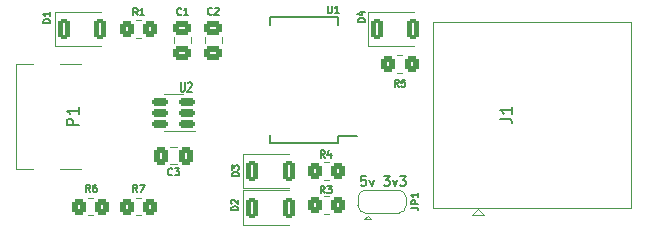
<source format=gto>
%TF.GenerationSoftware,KiCad,Pcbnew,5.99.0-unknown-4920692bcd~125~ubuntu20.04.1*%
%TF.CreationDate,2021-04-18T13:07:44+02:00*%
%TF.ProjectId,USBMOUNT01A,5553424d-4f55-44e5-9430-31412e6b6963,rev?*%
%TF.SameCoordinates,Original*%
%TF.FileFunction,Legend,Top*%
%TF.FilePolarity,Positive*%
%FSLAX46Y46*%
G04 Gerber Fmt 4.6, Leading zero omitted, Abs format (unit mm)*
G04 Created by KiCad (PCBNEW 5.99.0-unknown-4920692bcd~125~ubuntu20.04.1) date 2021-04-18 13:07:44*
%MOMM*%
%LPD*%
G01*
G04 APERTURE LIST*
G04 Aperture macros list*
%AMRoundRect*
0 Rectangle with rounded corners*
0 $1 Rounding radius*
0 $2 $3 $4 $5 $6 $7 $8 $9 X,Y pos of 4 corners*
0 Add a 4 corners polygon primitive as box body*
4,1,4,$2,$3,$4,$5,$6,$7,$8,$9,$2,$3,0*
0 Add four circle primitives for the rounded corners*
1,1,$1+$1,$2,$3*
1,1,$1+$1,$4,$5*
1,1,$1+$1,$6,$7*
1,1,$1+$1,$8,$9*
0 Add four rect primitives between the rounded corners*
20,1,$1+$1,$2,$3,$4,$5,0*
20,1,$1+$1,$4,$5,$6,$7,0*
20,1,$1+$1,$6,$7,$8,$9,0*
20,1,$1+$1,$8,$9,$2,$3,0*%
%AMFreePoly0*
4,1,22,0.550000,-0.750000,0.000000,-0.750000,0.000000,-0.745033,-0.079941,-0.743568,-0.215256,-0.701293,-0.333266,-0.622738,-0.424486,-0.514219,-0.481581,-0.384460,-0.499164,-0.250000,-0.500000,-0.250000,-0.500000,0.250000,-0.499164,0.250000,-0.499963,0.256109,-0.478152,0.396186,-0.417904,0.524511,-0.324060,0.630769,-0.204165,0.706417,-0.067858,0.745374,0.000000,0.744959,0.000000,0.750000,
0.550000,0.750000,0.550000,-0.750000,0.550000,-0.750000,$1*%
%AMFreePoly1*
4,1,20,0.000000,0.744959,0.073905,0.744508,0.209726,0.703889,0.328688,0.626782,0.421226,0.519385,0.479903,0.390333,0.500000,0.250000,0.500000,-0.250000,0.499851,-0.262216,0.476331,-0.402017,0.414519,-0.529596,0.319384,-0.634700,0.198574,-0.708877,0.061801,-0.746166,0.000000,-0.745033,0.000000,-0.750000,-0.550000,-0.750000,-0.550000,0.750000,0.000000,0.750000,0.000000,0.744959,
0.000000,0.744959,$1*%
G04 Aperture macros list end*
%ADD10C,0.150000*%
%ADD11C,0.120000*%
%ADD12C,3.650000*%
%ADD13RoundRect,0.250000X-0.475000X0.337500X-0.475000X-0.337500X0.475000X-0.337500X0.475000X0.337500X0*%
%ADD14RoundRect,0.250000X0.350000X0.450000X-0.350000X0.450000X-0.350000X-0.450000X0.350000X-0.450000X0*%
%ADD15R,1.750000X0.450000*%
%ADD16O,1.800000X2.400000*%
%ADD17RoundRect,0.190000X-0.285000X-0.685000X0.285000X-0.685000X0.285000X0.685000X-0.285000X0.685000X0*%
%ADD18RoundRect,0.150000X0.512500X0.150000X-0.512500X0.150000X-0.512500X-0.150000X0.512500X-0.150000X0*%
%ADD19RoundRect,0.250000X-0.350000X-0.450000X0.350000X-0.450000X0.350000X0.450000X-0.350000X0.450000X0*%
%ADD20C,0.650000*%
%ADD21R,1.160000X0.600000*%
%ADD22R,1.160000X0.300000*%
%ADD23O,2.000000X0.900000*%
%ADD24O,2.100000X0.900000*%
%ADD25FreePoly0,0.000000*%
%ADD26R,1.000000X1.500000*%
%ADD27FreePoly1,0.000000*%
%ADD28R,1.500000X1.500000*%
%ADD29C,1.500000*%
%ADD30RoundRect,0.250000X0.337500X0.475000X-0.337500X0.475000X-0.337500X-0.475000X0.337500X-0.475000X0*%
G04 APERTURE END LIST*
D10*
X152214285Y-93961904D02*
X151833333Y-93961904D01*
X151795238Y-94342857D01*
X151833333Y-94304761D01*
X151909523Y-94266666D01*
X152100000Y-94266666D01*
X152176190Y-94304761D01*
X152214285Y-94342857D01*
X152252380Y-94419047D01*
X152252380Y-94609523D01*
X152214285Y-94685714D01*
X152176190Y-94723809D01*
X152100000Y-94761904D01*
X151909523Y-94761904D01*
X151833333Y-94723809D01*
X151795238Y-94685714D01*
X152519047Y-94228571D02*
X152709523Y-94761904D01*
X152900000Y-94228571D01*
X153738095Y-93961904D02*
X154233333Y-93961904D01*
X153966666Y-94266666D01*
X154080952Y-94266666D01*
X154157142Y-94304761D01*
X154195238Y-94342857D01*
X154233333Y-94419047D01*
X154233333Y-94609523D01*
X154195238Y-94685714D01*
X154157142Y-94723809D01*
X154080952Y-94761904D01*
X153852380Y-94761904D01*
X153776190Y-94723809D01*
X153738095Y-94685714D01*
X154500000Y-94228571D02*
X154690476Y-94761904D01*
X154880952Y-94228571D01*
X155109523Y-93961904D02*
X155604761Y-93961904D01*
X155338095Y-94266666D01*
X155452380Y-94266666D01*
X155528571Y-94304761D01*
X155566666Y-94342857D01*
X155604761Y-94419047D01*
X155604761Y-94609523D01*
X155566666Y-94685714D01*
X155528571Y-94723809D01*
X155452380Y-94761904D01*
X155223809Y-94761904D01*
X155147619Y-94723809D01*
X155109523Y-94685714D01*
%TO.C,C2*%
X139200000Y-80217285D02*
X139171428Y-80245857D01*
X139085714Y-80274428D01*
X139028571Y-80274428D01*
X138942857Y-80245857D01*
X138885714Y-80188714D01*
X138857142Y-80131571D01*
X138828571Y-80017285D01*
X138828571Y-79931571D01*
X138857142Y-79817285D01*
X138885714Y-79760142D01*
X138942857Y-79703000D01*
X139028571Y-79674428D01*
X139085714Y-79674428D01*
X139171428Y-79703000D01*
X139200000Y-79731571D01*
X139428571Y-79731571D02*
X139457142Y-79703000D01*
X139514285Y-79674428D01*
X139657142Y-79674428D01*
X139714285Y-79703000D01*
X139742857Y-79731571D01*
X139771428Y-79788714D01*
X139771428Y-79845857D01*
X139742857Y-79931571D01*
X139400000Y-80274428D01*
X139771428Y-80274428D01*
%TO.C,R5*%
X155000000Y-86371428D02*
X154800000Y-86085714D01*
X154657142Y-86371428D02*
X154657142Y-85771428D01*
X154885714Y-85771428D01*
X154942857Y-85800000D01*
X154971428Y-85828571D01*
X155000000Y-85885714D01*
X155000000Y-85971428D01*
X154971428Y-86028571D01*
X154942857Y-86057142D01*
X154885714Y-86085714D01*
X154657142Y-86085714D01*
X155542857Y-85771428D02*
X155257142Y-85771428D01*
X155228571Y-86057142D01*
X155257142Y-86028571D01*
X155314285Y-86000000D01*
X155457142Y-86000000D01*
X155514285Y-86028571D01*
X155542857Y-86057142D01*
X155571428Y-86114285D01*
X155571428Y-86257142D01*
X155542857Y-86314285D01*
X155514285Y-86342857D01*
X155457142Y-86371428D01*
X155314285Y-86371428D01*
X155257142Y-86342857D01*
X155228571Y-86314285D01*
%TO.C,U1*%
X148992857Y-79521428D02*
X148992857Y-80007142D01*
X149021428Y-80064285D01*
X149050000Y-80092857D01*
X149107142Y-80121428D01*
X149221428Y-80121428D01*
X149278571Y-80092857D01*
X149307142Y-80064285D01*
X149335714Y-80007142D01*
X149335714Y-79521428D01*
X149935714Y-80121428D02*
X149592857Y-80121428D01*
X149764285Y-80121428D02*
X149764285Y-79521428D01*
X149707142Y-79607142D01*
X149650000Y-79664285D01*
X149592857Y-79692857D01*
%TO.C,D1*%
X125521428Y-80992857D02*
X124921428Y-80992857D01*
X124921428Y-80850000D01*
X124950000Y-80764285D01*
X125007142Y-80707142D01*
X125064285Y-80678571D01*
X125178571Y-80650000D01*
X125264285Y-80650000D01*
X125378571Y-80678571D01*
X125435714Y-80707142D01*
X125492857Y-80764285D01*
X125521428Y-80850000D01*
X125521428Y-80992857D01*
X125521428Y-80078571D02*
X125521428Y-80421428D01*
X125521428Y-80250000D02*
X124921428Y-80250000D01*
X125007142Y-80307142D01*
X125064285Y-80364285D01*
X125092857Y-80421428D01*
%TO.C,U2*%
X136542857Y-86011904D02*
X136542857Y-86659523D01*
X136571428Y-86735714D01*
X136600000Y-86773809D01*
X136657142Y-86811904D01*
X136771428Y-86811904D01*
X136828571Y-86773809D01*
X136857142Y-86735714D01*
X136885714Y-86659523D01*
X136885714Y-86011904D01*
X137142857Y-86088095D02*
X137171428Y-86050000D01*
X137228571Y-86011904D01*
X137371428Y-86011904D01*
X137428571Y-86050000D01*
X137457142Y-86088095D01*
X137485714Y-86164285D01*
X137485714Y-86240476D01*
X137457142Y-86354761D01*
X137114285Y-86811904D01*
X137485714Y-86811904D01*
%TO.C,D2*%
X141421428Y-96842857D02*
X140821428Y-96842857D01*
X140821428Y-96700000D01*
X140850000Y-96614285D01*
X140907142Y-96557142D01*
X140964285Y-96528571D01*
X141078571Y-96500000D01*
X141164285Y-96500000D01*
X141278571Y-96528571D01*
X141335714Y-96557142D01*
X141392857Y-96614285D01*
X141421428Y-96700000D01*
X141421428Y-96842857D01*
X140878571Y-96271428D02*
X140850000Y-96242857D01*
X140821428Y-96185714D01*
X140821428Y-96042857D01*
X140850000Y-95985714D01*
X140878571Y-95957142D01*
X140935714Y-95928571D01*
X140992857Y-95928571D01*
X141078571Y-95957142D01*
X141421428Y-96300000D01*
X141421428Y-95928571D01*
%TO.C,R4*%
X148750000Y-92371428D02*
X148550000Y-92085714D01*
X148407142Y-92371428D02*
X148407142Y-91771428D01*
X148635714Y-91771428D01*
X148692857Y-91800000D01*
X148721428Y-91828571D01*
X148750000Y-91885714D01*
X148750000Y-91971428D01*
X148721428Y-92028571D01*
X148692857Y-92057142D01*
X148635714Y-92085714D01*
X148407142Y-92085714D01*
X149264285Y-91971428D02*
X149264285Y-92371428D01*
X149121428Y-91742857D02*
X148978571Y-92171428D01*
X149350000Y-92171428D01*
%TO.C,C1*%
X136600000Y-80238785D02*
X136571428Y-80267357D01*
X136485714Y-80295928D01*
X136428571Y-80295928D01*
X136342857Y-80267357D01*
X136285714Y-80210214D01*
X136257142Y-80153071D01*
X136228571Y-80038785D01*
X136228571Y-79953071D01*
X136257142Y-79838785D01*
X136285714Y-79781642D01*
X136342857Y-79724500D01*
X136428571Y-79695928D01*
X136485714Y-79695928D01*
X136571428Y-79724500D01*
X136600000Y-79753071D01*
X137171428Y-80295928D02*
X136828571Y-80295928D01*
X137000000Y-80295928D02*
X137000000Y-79695928D01*
X136942857Y-79781642D01*
X136885714Y-79838785D01*
X136828571Y-79867357D01*
%TO.C,R7*%
X132885000Y-95271428D02*
X132685000Y-94985714D01*
X132542142Y-95271428D02*
X132542142Y-94671428D01*
X132770714Y-94671428D01*
X132827857Y-94700000D01*
X132856428Y-94728571D01*
X132885000Y-94785714D01*
X132885000Y-94871428D01*
X132856428Y-94928571D01*
X132827857Y-94957142D01*
X132770714Y-94985714D01*
X132542142Y-94985714D01*
X133085000Y-94671428D02*
X133485000Y-94671428D01*
X133227857Y-95271428D01*
%TO.C,P1*%
X127902380Y-89638095D02*
X126902380Y-89638095D01*
X126902380Y-89257142D01*
X126950000Y-89161904D01*
X126997619Y-89114285D01*
X127092857Y-89066666D01*
X127235714Y-89066666D01*
X127330952Y-89114285D01*
X127378571Y-89161904D01*
X127426190Y-89257142D01*
X127426190Y-89638095D01*
X127902380Y-88114285D02*
X127902380Y-88685714D01*
X127902380Y-88400000D02*
X126902380Y-88400000D01*
X127045238Y-88495238D01*
X127140476Y-88590476D01*
X127188095Y-88685714D01*
%TO.C,R6*%
X128900000Y-95271428D02*
X128700000Y-94985714D01*
X128557142Y-95271428D02*
X128557142Y-94671428D01*
X128785714Y-94671428D01*
X128842857Y-94700000D01*
X128871428Y-94728571D01*
X128900000Y-94785714D01*
X128900000Y-94871428D01*
X128871428Y-94928571D01*
X128842857Y-94957142D01*
X128785714Y-94985714D01*
X128557142Y-94985714D01*
X129414285Y-94671428D02*
X129300000Y-94671428D01*
X129242857Y-94700000D01*
X129214285Y-94728571D01*
X129157142Y-94814285D01*
X129128571Y-94928571D01*
X129128571Y-95157142D01*
X129157142Y-95214285D01*
X129185714Y-95242857D01*
X129242857Y-95271428D01*
X129357142Y-95271428D01*
X129414285Y-95242857D01*
X129442857Y-95214285D01*
X129471428Y-95157142D01*
X129471428Y-95014285D01*
X129442857Y-94957142D01*
X129414285Y-94928571D01*
X129357142Y-94900000D01*
X129242857Y-94900000D01*
X129185714Y-94928571D01*
X129157142Y-94957142D01*
X129128571Y-95014285D01*
%TO.C,JP1*%
X156071428Y-96600000D02*
X156500000Y-96600000D01*
X156585714Y-96628571D01*
X156642857Y-96685714D01*
X156671428Y-96771428D01*
X156671428Y-96828571D01*
X156671428Y-96314285D02*
X156071428Y-96314285D01*
X156071428Y-96085714D01*
X156100000Y-96028571D01*
X156128571Y-96000000D01*
X156185714Y-95971428D01*
X156271428Y-95971428D01*
X156328571Y-96000000D01*
X156357142Y-96028571D01*
X156385714Y-96085714D01*
X156385714Y-96314285D01*
X156671428Y-95400000D02*
X156671428Y-95742857D01*
X156671428Y-95571428D02*
X156071428Y-95571428D01*
X156157142Y-95628571D01*
X156214285Y-95685714D01*
X156242857Y-95742857D01*
%TO.C,R1*%
X132892500Y-80321428D02*
X132692500Y-80035714D01*
X132549642Y-80321428D02*
X132549642Y-79721428D01*
X132778214Y-79721428D01*
X132835357Y-79750000D01*
X132863928Y-79778571D01*
X132892500Y-79835714D01*
X132892500Y-79921428D01*
X132863928Y-79978571D01*
X132835357Y-80007142D01*
X132778214Y-80035714D01*
X132549642Y-80035714D01*
X133463928Y-80321428D02*
X133121071Y-80321428D01*
X133292500Y-80321428D02*
X133292500Y-79721428D01*
X133235357Y-79807142D01*
X133178214Y-79864285D01*
X133121071Y-79892857D01*
%TO.C,R3*%
X148750000Y-95371428D02*
X148550000Y-95085714D01*
X148407142Y-95371428D02*
X148407142Y-94771428D01*
X148635714Y-94771428D01*
X148692857Y-94800000D01*
X148721428Y-94828571D01*
X148750000Y-94885714D01*
X148750000Y-94971428D01*
X148721428Y-95028571D01*
X148692857Y-95057142D01*
X148635714Y-95085714D01*
X148407142Y-95085714D01*
X148950000Y-94771428D02*
X149321428Y-94771428D01*
X149121428Y-95000000D01*
X149207142Y-95000000D01*
X149264285Y-95028571D01*
X149292857Y-95057142D01*
X149321428Y-95114285D01*
X149321428Y-95257142D01*
X149292857Y-95314285D01*
X149264285Y-95342857D01*
X149207142Y-95371428D01*
X149035714Y-95371428D01*
X148978571Y-95342857D01*
X148950000Y-95314285D01*
%TO.C,D4*%
X152121428Y-80892857D02*
X151521428Y-80892857D01*
X151521428Y-80750000D01*
X151550000Y-80664285D01*
X151607142Y-80607142D01*
X151664285Y-80578571D01*
X151778571Y-80550000D01*
X151864285Y-80550000D01*
X151978571Y-80578571D01*
X152035714Y-80607142D01*
X152092857Y-80664285D01*
X152121428Y-80750000D01*
X152121428Y-80892857D01*
X151721428Y-80035714D02*
X152121428Y-80035714D01*
X151492857Y-80178571D02*
X151921428Y-80321428D01*
X151921428Y-79950000D01*
%TO.C,J1*%
X163602380Y-89083333D02*
X164316666Y-89083333D01*
X164459523Y-89130952D01*
X164554761Y-89226190D01*
X164602380Y-89369047D01*
X164602380Y-89464285D01*
X164602380Y-88083333D02*
X164602380Y-88654761D01*
X164602380Y-88369047D02*
X163602380Y-88369047D01*
X163745238Y-88464285D01*
X163840476Y-88559523D01*
X163888095Y-88654761D01*
%TO.C,D3*%
X141471428Y-93942857D02*
X140871428Y-93942857D01*
X140871428Y-93800000D01*
X140900000Y-93714285D01*
X140957142Y-93657142D01*
X141014285Y-93628571D01*
X141128571Y-93600000D01*
X141214285Y-93600000D01*
X141328571Y-93628571D01*
X141385714Y-93657142D01*
X141442857Y-93714285D01*
X141471428Y-93800000D01*
X141471428Y-93942857D01*
X140871428Y-93400000D02*
X140871428Y-93028571D01*
X141100000Y-93228571D01*
X141100000Y-93142857D01*
X141128571Y-93085714D01*
X141157142Y-93057142D01*
X141214285Y-93028571D01*
X141357142Y-93028571D01*
X141414285Y-93057142D01*
X141442857Y-93085714D01*
X141471428Y-93142857D01*
X141471428Y-93314285D01*
X141442857Y-93371428D01*
X141414285Y-93400000D01*
%TO.C,C3*%
X135837500Y-93814285D02*
X135808928Y-93842857D01*
X135723214Y-93871428D01*
X135666071Y-93871428D01*
X135580357Y-93842857D01*
X135523214Y-93785714D01*
X135494642Y-93728571D01*
X135466071Y-93614285D01*
X135466071Y-93528571D01*
X135494642Y-93414285D01*
X135523214Y-93357142D01*
X135580357Y-93300000D01*
X135666071Y-93271428D01*
X135723214Y-93271428D01*
X135808928Y-93300000D01*
X135837500Y-93328571D01*
X136037500Y-93271428D02*
X136408928Y-93271428D01*
X136208928Y-93500000D01*
X136294642Y-93500000D01*
X136351785Y-93528571D01*
X136380357Y-93557142D01*
X136408928Y-93614285D01*
X136408928Y-93757142D01*
X136380357Y-93814285D01*
X136351785Y-93842857D01*
X136294642Y-93871428D01*
X136123214Y-93871428D01*
X136066071Y-93842857D01*
X136037500Y-93814285D01*
D11*
%TO.C,C2*%
X140035000Y-82176248D02*
X140035000Y-82698752D01*
X138565000Y-82176248D02*
X138565000Y-82698752D01*
%TO.C,R5*%
X155327064Y-85185000D02*
X154872936Y-85185000D01*
X155327064Y-83715000D02*
X154872936Y-83715000D01*
D10*
%TO.C,U1*%
X149875000Y-91150000D02*
X149875000Y-90575000D01*
X144125000Y-91150000D02*
X144125000Y-90500000D01*
X149875000Y-90575000D02*
X151475000Y-90575000D01*
X149875000Y-80500000D02*
X149875000Y-81150000D01*
X144125000Y-80500000D02*
X144125000Y-81150000D01*
X149875000Y-91150000D02*
X144125000Y-91150000D01*
X149875000Y-80500000D02*
X144125000Y-80500000D01*
D11*
%TO.C,D1*%
X129800000Y-80040000D02*
X125915000Y-80040000D01*
X125915000Y-82960000D02*
X129800000Y-82960000D01*
X125915000Y-80040000D02*
X125915000Y-82960000D01*
%TO.C,U2*%
X135937500Y-90145000D02*
X135137500Y-90145000D01*
X135937500Y-90145000D02*
X137737500Y-90145000D01*
X135937500Y-87025000D02*
X136737500Y-87025000D01*
X135937500Y-87025000D02*
X135137500Y-87025000D01*
%TO.C,D2*%
X141865000Y-98060000D02*
X145750000Y-98060000D01*
X145750000Y-95140000D02*
X141865000Y-95140000D01*
X141865000Y-95140000D02*
X141865000Y-98060000D01*
%TO.C,R4*%
X149127064Y-92765000D02*
X148672936Y-92765000D01*
X149127064Y-94235000D02*
X148672936Y-94235000D01*
%TO.C,C1*%
X137435000Y-82176248D02*
X137435000Y-82698752D01*
X135965000Y-82176248D02*
X135965000Y-82698752D01*
%TO.C,R7*%
X132757936Y-95785000D02*
X133212064Y-95785000D01*
X132757936Y-97255000D02*
X133212064Y-97255000D01*
%TO.C,P1*%
X128125000Y-93370000D02*
X126325000Y-93370000D01*
X122615000Y-84430000D02*
X124075000Y-84430000D01*
X122615000Y-93370000D02*
X124075000Y-93370000D01*
X128125000Y-84430000D02*
X126325000Y-84430000D01*
X122615000Y-93370000D02*
X122615000Y-84430000D01*
%TO.C,R6*%
X129148064Y-95785000D02*
X128693936Y-95785000D01*
X129148064Y-97255000D02*
X128693936Y-97255000D01*
%TO.C,JP1*%
X152100000Y-97600000D02*
X152700000Y-97600000D01*
X152200000Y-95100000D02*
X155000000Y-95100000D01*
X155000000Y-97100000D02*
X152200000Y-97100000D01*
X155650000Y-95800000D02*
X155650000Y-96400000D01*
X151550000Y-96400000D02*
X151550000Y-95800000D01*
X152400000Y-97300000D02*
X152700000Y-97600000D01*
X152400000Y-97300000D02*
X152100000Y-97600000D01*
X155650000Y-96400000D02*
G75*
G02*
X154950000Y-97100000I-700000J0D01*
G01*
X151550000Y-95800000D02*
G75*
G02*
X152250000Y-95100000I700000J0D01*
G01*
X152250000Y-97100000D02*
G75*
G02*
X151550000Y-96400000I0J700000D01*
G01*
X154950000Y-95100000D02*
G75*
G02*
X155650000Y-95800000I0J-700000D01*
G01*
%TO.C,R1*%
X133219564Y-80765000D02*
X132765436Y-80765000D01*
X133219564Y-82235000D02*
X132765436Y-82235000D01*
%TO.C,R3*%
X149127064Y-95665000D02*
X148672936Y-95665000D01*
X149127064Y-97135000D02*
X148672936Y-97135000D01*
%TO.C,D4*%
X152415000Y-82960000D02*
X156300000Y-82960000D01*
X156300000Y-80040000D02*
X152415000Y-80040000D01*
X152415000Y-80040000D02*
X152415000Y-82960000D01*
%TO.C,J1*%
X174650000Y-80890000D02*
X174650000Y-96620000D01*
X161700000Y-96700000D02*
X161200000Y-97200000D01*
X161200000Y-97200000D02*
X162200000Y-97200000D01*
X162200000Y-97200000D02*
X161700000Y-96700000D01*
X157910000Y-80890000D02*
X174650000Y-80890000D01*
X157910000Y-96620000D02*
X174650000Y-96620000D01*
X157910000Y-80900000D02*
X157910000Y-96620000D01*
%TO.C,D3*%
X141865000Y-92040000D02*
X141865000Y-94960000D01*
X141865000Y-94960000D02*
X145750000Y-94960000D01*
X145750000Y-92040000D02*
X141865000Y-92040000D01*
%TO.C,C3*%
X136198752Y-92935000D02*
X135676248Y-92935000D01*
X136198752Y-91465000D02*
X135676248Y-91465000D01*
%TD*%
D12*
%TO.C,J1*%
X168050000Y-94470000D03*
X168050000Y-83040000D03*
%TD*%
%LPC*%
D13*
%TO.C,C2*%
X139300000Y-81400000D03*
X139300000Y-83475000D03*
%TD*%
D14*
%TO.C,R5*%
X156100000Y-84450000D03*
X154100000Y-84450000D03*
%TD*%
D15*
%TO.C,U1*%
X150600000Y-90050000D03*
X150600000Y-89400000D03*
X150600000Y-88750000D03*
X150600000Y-88100000D03*
X150600000Y-87450000D03*
X150600000Y-86800000D03*
X150600000Y-86150000D03*
X150600000Y-85500000D03*
X150600000Y-84850000D03*
X150600000Y-84200000D03*
X150600000Y-83550000D03*
X150600000Y-82900000D03*
X150600000Y-82250000D03*
X150600000Y-81600000D03*
X143400000Y-81600000D03*
X143400000Y-82250000D03*
X143400000Y-82900000D03*
X143400000Y-83550000D03*
X143400000Y-84200000D03*
X143400000Y-84850000D03*
X143400000Y-85500000D03*
X143400000Y-86150000D03*
X143400000Y-86800000D03*
X143400000Y-87450000D03*
X143400000Y-88100000D03*
X143400000Y-88750000D03*
X143400000Y-89400000D03*
X143400000Y-90050000D03*
%TD*%
D16*
%TO.C,D1*%
X128200000Y-81500000D03*
D17*
X126650000Y-81500000D03*
X129750000Y-81500000D03*
%TD*%
D18*
%TO.C,U2*%
X137075000Y-89535000D03*
X137075000Y-88585000D03*
X137075000Y-87635000D03*
X134800000Y-87635000D03*
X134800000Y-88585000D03*
X134800000Y-89535000D03*
%TD*%
D16*
%TO.C,D2*%
X144150000Y-96600000D03*
D17*
X142600000Y-96600000D03*
X145700000Y-96600000D03*
%TD*%
D14*
%TO.C,R4*%
X149900000Y-93500000D03*
X147900000Y-93500000D03*
%TD*%
D13*
%TO.C,C1*%
X136700000Y-81400000D03*
X136700000Y-83475000D03*
%TD*%
D19*
%TO.C,R7*%
X131985000Y-96520000D03*
X133985000Y-96520000D03*
%TD*%
D20*
%TO.C,P1*%
X128905000Y-86010000D03*
X128905000Y-91790000D03*
D21*
X129965000Y-85700000D03*
X129965000Y-86500000D03*
D22*
X129965000Y-87650000D03*
X129965000Y-88650000D03*
X129965000Y-89150000D03*
X129965000Y-90150000D03*
D21*
X129965000Y-91300000D03*
X129965000Y-92100000D03*
X129965000Y-92100000D03*
X129965000Y-91300000D03*
D22*
X129965000Y-90650000D03*
X129965000Y-89650000D03*
X129965000Y-88150000D03*
X129965000Y-87150000D03*
D21*
X129965000Y-86500000D03*
X129965000Y-85700000D03*
D23*
X125215000Y-84580000D03*
X125215000Y-93220000D03*
D24*
X129385000Y-84580000D03*
X129385000Y-93220000D03*
%TD*%
D14*
%TO.C,R6*%
X129921000Y-96520000D03*
X127921000Y-96520000D03*
%TD*%
D25*
%TO.C,JP1*%
X152300000Y-96100000D03*
D26*
X153600000Y-96100000D03*
D27*
X154900000Y-96100000D03*
%TD*%
D14*
%TO.C,R1*%
X133992500Y-81500000D03*
X131992500Y-81500000D03*
%TD*%
%TO.C,R3*%
X149900000Y-96400000D03*
X147900000Y-96400000D03*
%TD*%
D16*
%TO.C,D4*%
X154700000Y-81500000D03*
D17*
X153150000Y-81500000D03*
X156250000Y-81500000D03*
%TD*%
D12*
%TO.C,J1*%
X168050000Y-94470000D03*
X168050000Y-83040000D03*
D28*
X161700000Y-93200000D03*
D29*
X159160000Y-91930000D03*
X161700000Y-90660000D03*
X159160000Y-89390000D03*
X161700000Y-88120000D03*
X159160000Y-86850000D03*
X161700000Y-85580000D03*
X159160000Y-84310000D03*
%TD*%
D16*
%TO.C,D3*%
X144150000Y-93500000D03*
D17*
X142600000Y-93500000D03*
X145700000Y-93500000D03*
%TD*%
D30*
%TO.C,C3*%
X136975000Y-92200000D03*
X134900000Y-92200000D03*
%TD*%
M02*

</source>
